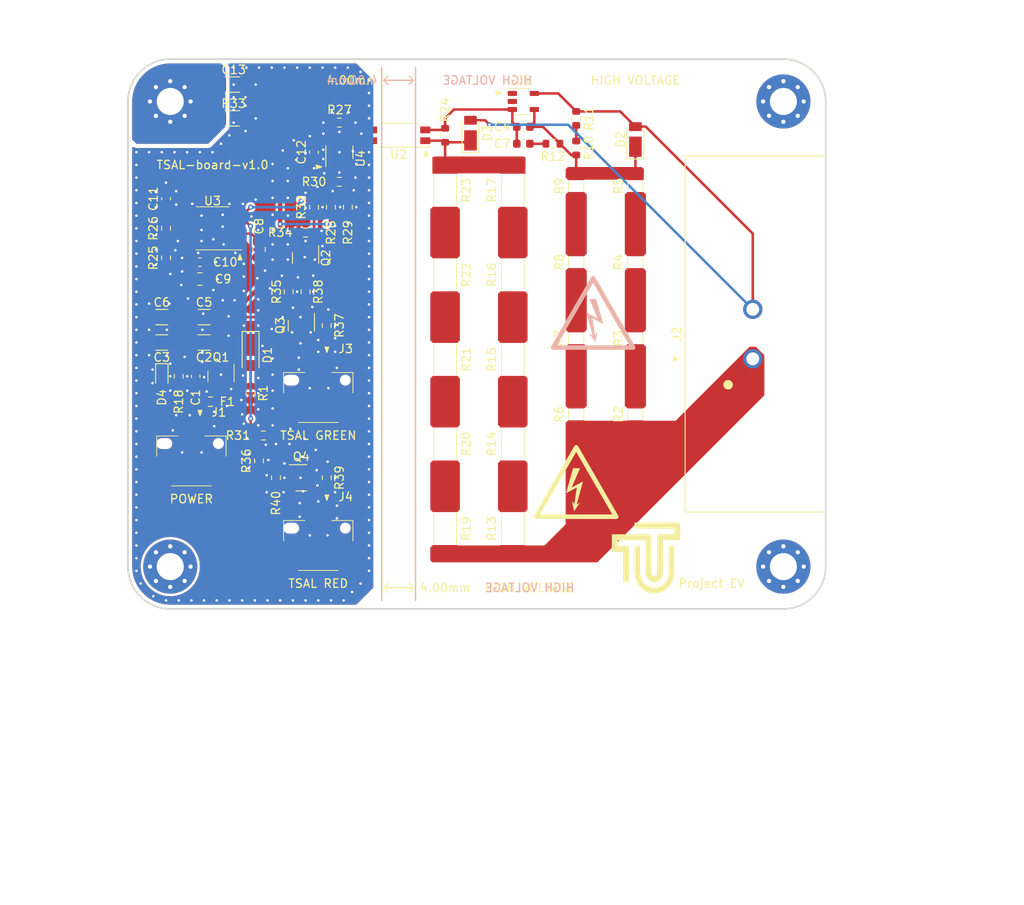
<source format=kicad_pcb>
(kicad_pcb (version 20221018) (generator pcbnew)
  (layers (0 "F.Cu" signal) (31 "B.Cu" signal) (34 "B.Paste" user) (35 "F.Paste" user) (36 "B.SilkS" user "B.Silkscreen") (37 "F.SilkS" user "F.Silkscreen") (38 "B.Mask" user) (39 "F.Mask" user) (44 "Edge.Cuts" user))
  (net 0 "")
  (net 1 "+12V")
  (net 2 "GND")
  (net 3 "Net-(C2-Pad2)")
  (net 4 "Net-(C5-Pad2)")
  (net 5 "Net-(U3-THRES)")
  (net 6 "Net-(U3-CONT)")
  (net 7 "Net-(C7-Pad2)")
  (net 8 "Net-(D1-A)")
  (net 9 "Net-(D2-K)")
  (net 10 "/TS-")
  (net 11 "Net-(D3-K)")
  (net 12 "Net-(D4-A)")
  (net 13 "/GLV_IN")
  (net 14 "Net-(Q1-D)")
  (net 18 "/TS+")
  (net 19 "Net-(J3-Pin_2)")
  (net 20 "Net-(J4-Pin_2)")
  (net 21 "Net-(Q2-G)")
  (net 22 "Net-(Q3-G)")
  (net 23 "Net-(Q4-G)")
  (net 24 "Net-(R2-Pad2)")
  (net 25 "Net-(R3-Pad2)")
  (net 26 "Net-(R4-Pad2)")
  (net 27 "Net-(R6-Pad2)")
  (net 28 "Net-(R7-Pad2)")
  (net 29 "Net-(R8-Pad2)")
  (net 30 "Net-(R10-Pad2)")
  (net 31 "Earth")
  (net 32 "Net-(R13-Pad2)")
  (net 33 "Net-(R14-Pad2)")
  (net 34 "Net-(R15-Pad2)")
  (net 35 "Net-(R16-Pad2)")
  (net 36 "Net-(R21-Pad2)")
  (net 37 "Net-(R19-Pad2)")
  (net 38 "Net-(R20-Pad2)")
  (net 39 "Net-(U1-K)")
  (net 40 "/~{TS_ACTIVE}")
  (net 41 "Net-(U3-DISCH)")
  (net 42 "/RED_SIG")
  (net 45 "/TSAL_GREEN_A")
  (net 46 "/TSAL_RED_A")
  (net 47 "Net-(R22-Pad2)")
  (net 48 "Net-(Q2-D)")
  (net 49 "Net-(U4-+)")
  (net 50 "/TS_ACTIVE")
  (footprint "ProjectEV:R_VishayDale_RCC1206-e3" (layer "F.Cu") (at 53 42 90)
    (fp_text reference "R6")
    (fp_text value "220k")
  )
  (footprint "ProjectEV:Identifier_1pin" (layer "F.Cu") (at 8.5 42.25)
    (fp_text reference "REF**" hide)
    (fp_text value "Identifier_1pin")
  )
  (footprint "Resistor_SMD:R_0603_1608Metric" (layer "F.Cu") (at 21 27.5 -90)
    (fp_text reference "R38")
    (fp_text value "100")
  )
  (footprint "Resistor_SMD:R_0603_1608Metric" (layer "F.Cu") (at 23.5 49.5 -90)
    (fp_text reference "R39")
    (fp_text value "0")
  )
  (footprint "ProjectEV:D_SOD-123HE_PZ1AHxxxB-AU" (layer "F.Cu") (at 14.5 35 -90)
    (fp_text reference "D1")
    (fp_text value "PZ1AH11B-AU")
  )
  (footprint "ProjectEV:Package_SOT-23-5_NCV20071SN2T1G" (layer "F.Cu") (at 25 11 90)
    (fp_text reference "U4")
    (fp_text value "NCV20071SN2T1G")
  )
  (footprint "ProjectEV:Logo_TUT_10x10mm" (layer "F.Cu") (at 61 59)
    (fp_text reference "G***" hide)
    (fp_text value "Logo_TUT_10x10mm" hide)
  )
  (footprint "MountingHole:MountingHole_3.2mm_M3_Pad_Via" (layer "F.Cu") (at 77.5 60)
    (fp_text reference "H4" hide)
    (fp_text value "M3")
  )
  (footprint "ProjectEV:Identifier_1pin" (layer "F.Cu") (at 35.25 10.75 180)
    (fp_text reference "REF**" hide)
    (fp_text value "Identifier_1pin")
  )
  (footprint "Resistor_SMD:R_0603_1608Metric" (layer "F.Cu") (at 16 44.5 180)
    (fp_text reference "R31")
    (fp_text value "100k")
  )
  (footprint "ProjectEV:Connector_MX150L_19427-0040" (layer "F.Cu") (at 73.88 32.5 90)
    (fp_text reference "J2")
    (fp_text value "19427-0040")
  )
  (footprint "ProjectEV:R_VishayDale_RCC1206-e3" (layer "F.Cu") (at 53 15 90)
    (fp_text reference "R9")
    (fp_text value "220k")
  )
  (footprint "Resistor_SMD:R_0603_1608Metric" (layer "F.Cu") (at 4.5 23.5 90)
    (fp_text reference "R25")
    (fp_text value "10k")
  )
  (footprint "Capacitor_SMD:C_0603_1608Metric" (layer "F.Cu") (at 8 37.5 -90)
    (fp_text reference "C1")
    (fp_text value "0.1u")
  )
  (footprint "Resistor_SMD:R_0603_1608Metric" (layer "F.Cu") (at 21 20.5 180)
    (fp_text reference "R34")
    (fp_text value "1M")
  )
  (footprint "Resistor_SMD:R_0603_1608Metric" (layer "F.Cu") (at 22 17.5 -90)
    (fp_text reference "R32")
    (fp_text value "100")
  )
  (footprint "ProjectEV:Identifier_1pin" (layer "F.Cu") (at 44.25 4 90)
    (fp_text reference "REF**" hide)
    (fp_text value "Identifier_1pin")
  )
  (footprint "ProjectEV:R_TEConnectivity_3502" (layer "F.Cu") (at 37.5 45.5 90)
    (fp_text reference "R20")
    (fp_text value "15k")
  )
  (footprint "Capacitor_SMD:C_0805_2012Metric" (layer "F.Cu") (at 15.5 22.5 -90)
    (fp_text reference "C8")
    (fp_text value "1u")
  )
  (footprint "Resistor_SMD:R_0603_1608Metric" (layer "F.Cu") (at 53 10.5 90)
    (fp_text reference "R10")
    (fp_text value "15.4k")
  )
  (footprint "ProjectEV:Fuse_0ABB" (layer "F.Cu") (at 9.75 40.5)
    (fp_text reference "F1")
    (fp_text value "0ABB-1000-TM")
  )
  (footprint "ProjectEV:Package_SOT-23_DMP3098LQ-7" (layer "F.Cu") (at 11 37.5 180)
    (fp_text reference "Q1")
    (fp_text value "DMP3098LQ-7")
  )
  (footprint "ProjectEV:D_PowerDI-123_DFLZxxQ" (layer "F.Cu") (at 60 9.5 90)
    (fp_text reference "D2")
    (fp_text value "DFLZ24Q-7")
  )
  (footprint "ProjectEV:Identifier_1pin" (layer "F.Cu") (at 23 12.75 90)
    (fp_text reference "REF**" hide)
    (fp_text value "Identifier_1pin")
  )
  (footprint "ProjectEV:R_TEConnectivity_3502" (layer "F.Cu") (at 45.5 35.5 90)
    (fp_text reference "R15")
    (fp_text value "15k")
  )
  (footprint "Capacitor_SMD:C_0603_1608Metric" (layer "F.Cu") (at 46.75 8)
    (fp_text reference "C4")
    (fp_text value "100p")
  )
  (footprint "Capacitor_SMD:C_1206_3216Metric" (layer "F.Cu") (at 4 30.5 180)
    (fp_text reference "C6")
    (fp_text value "10u")
  )
  (footprint "ProjectEV:R_TEConnectivity_3502" (layer "F.Cu") (at 37.5 15.5 90)
    (fp_text reference "R23")
    (fp_text value "15k")
  )
  (footprint "Resistor_SMD:R_0603_1608Metric" (layer "F.Cu") (at 53 7 90)
    (fp_text reference "R11")
    (fp_text value "4.3k")
  )
  (footprint "MountingHole:MountingHole_3.2mm_M3_Pad_Via" (layer "F.Cu") (at 5 5)
    (fp_text reference "H1" hide)
    (fp_text value "M3")
  )
  (footprint "ProjectEV:R_TEConnectivity_3502" (layer "F.Cu") (at 45.5 45.5 90)
    (fp_text reference "R14")
    (fp_text value "15k")
  )
  (footprint "Resistor_SMD:R_0603_1608Metric" (layer "F.Cu") (at 14.5 39.5 -90)
    (fp_text reference "R1")
    (fp_text value "100k")
  )
  (footprint "ProjectEV:Connector_BM02B-PASS-1-TF" (layer "F.Cu") (at 22.5 57.5)
    (fp_text reference "J4")
    (fp_text value "BM02B-PASS-1-TF")
  )
  (footprint "ProjectEV:Package_SOT-23_2N7002K-AU" (layer "F.Cu") (at 20.5 31.5 -90)
    (fp_text reference "Q3")
    (fp_text value "2N7002K-AU")
  )
  (footprint "ProjectEV:Package_SOIC-8_3.9x4.9mm_P1.27mm_TLC555QDRQ1" (layer "F.Cu") (at 10 20 180)
    (fp_text reference "U3")
    (fp_text value "TLC555QDRQ1")
  )
  (footprint "Capacitor_SMD:C_1206_3216Metric" (layer "F.Cu") (at 12.5 3)
    (fp_text reference "C13")
    (fp_text value "1000p")
  )
  (footprint "Capacitor_SMD:C_0603_1608Metric" (layer "F.Cu") (at 22 11 90)
    (fp_text reference "C12")
    (fp_text value "0.1u")
  )
  (footprint "ProjectEV:R_VishayDale_RCC1206-e3" (layer "F.Cu") (at 60 42 90)
    (fp_text reference "R2")
    (fp_text value "220k")
  )
  (footprint "ProjectEV:Package_SOT-23_2N7002K-AU" (layer "F.Cu") (at 21 23.5 -90)
    (fp_text reference "Q2")
    (fp_text value "2N7002K-AU")
  )
  (footprint "ProjectEV:R_TEConnectivity_3502" (layer "F.Cu") (at 37.5 35.5 90)
    (fp_text reference "R21")
    (fp_text value "15k")
  )
  (footprint "Resistor_SMD:R_0603_1608Metric" (layer "F.Cu") (at 15.5 47.5 -90)
    (fp_text reference "R36")
    (fp_text value "100")
  )
  (footprint "Resistor_SMD:R_0603_1608Metric" (layer "F.Cu") (at 23.5 31.5 -90)
    (fp_text reference "R37")
    (fp_text value "0")
  )
  (footprint "ProjectEV:R_TEConnectivity_3502" (layer "F.Cu") (at 45.5 25.5 90)
    (fp_text reference "R16")
    (fp_text value "15k")
  )
  (footprint "ProjectEV:Connector_BM02B-PASS-1-TF" (layer "F.Cu") (at 22.5 40)
    (fp_text reference "J3")
    (fp_text value "BM02B-PASS-1-TF")
  )
  (footprint "Resistor_SMD:R_0603_1608Metric" (layer "F.Cu") (at 25 14.5 180)
    (fp_text reference "R30")
    (fp_text value "51k")
  )
  (footprint "Resistor_SMD:R_0603_1608Metric" (layer "F.Cu") (at 17.5 49.5 -90)
    (fp_text reference "R40")
    (fp_text value "1M")
  )
  (footprint "Resistor_SMD:R_0603_1608Metric" (layer "F.Cu") (at 19 27.5 90)
    (fp_text reference "R35")
    (fp_text value "100k")
  )
  (footprint "ProjectEV:ISO_7010_W012_10x8.7mm" (layer "F.Cu") (at 53 50)
    (fp_text reference "G***" hide)
    (fp_text value "ISO_7010_W012" hide)
  )
  (footprint "Resistor_SMD:R_0603_1608Metric" (layer "F.Cu") (at 37.5 9 90)
    (fp_text reference "R24")
    (fp_text value "10k")
  )
  (footprint "ProjectEV:R_VishayDale_RCC1206-e3" (layer "F.Cu") (at 60 24 90)
    (fp_text reference "R4")
    (fp_text value "220k")
  )
  (footprint "Resistor_SMD:R_0603_1608Metric" (layer "F.Cu") (at 24 17.5 90)
    (fp_text reference "R28")
    (fp_text value "100k")
  )
  (footprint "ProjectEV:Package_SOT-23_2N7002K-AU" (layer "F.Cu") (at 20.5 49.5)
    (fp_text reference "Q4")
    (fp_text value "2N7002K-AU")
  )
  (footprint "ProjectEV:Identifier_1pin" (layer "F.Cu") (at 13.25 23 180)
    (fp_text reference "REF**" hide)
    (fp_text value "Identifier_1pin")
  )
  (footprint "ProjectEV:R_VishayDale_RCC1206-e3" (layer "F.Cu") (at 60 15 90)
    (fp_text reference "R5")
    (fp_text value "220k")
  )
  (footprint "ProjectEV:R_TEConnectivity_3502" (layer "F.Cu") (at 45.5 15.5 90)
    (fp_text reference "R17")
    (fp_text value "15k")
  )
  (footprint "ProjectEV:R_TEConnectivity_3502" (layer "F.Cu") (at 45.5 55.5 90)
    (fp_text reference "R13")
    (fp_text value "15k")
  )
  (footprint "ProjectEV:Package_SOT-23-5_TL431QDBVR" (layer "F.Cu") (at 46.75 5)
    (fp_text reference "U1")
    (fp_text value "TL431QDBVR")
  )
  (footprint "Capacitor_SMD:C_1206_3216Metric" (layer "F.Cu") (at 4 33.5 180)
    (fp_text reference "C3")
    (fp_text value "10u")
  )
  (footprint "LED_SMD:LED_0603_1608Metric" (layer "F.Cu") (at 4 37.5 -90)
    (fp_text reference "D4")
    (fp_text value "LED")
  )
  (footprint "Resistor_SMD:R_0603_1608Metric" (layer "F.Cu") (at 26 17.5 -90)
    (fp_text reference "R29")
    (fp_text value "100k")
  )
  (footprint "MountingHole:MountingHole_3.2mm_M3_Pad_Via" (layer "F.Cu") (at 77.5 5)
    (fp_text reference "H2" hide)
    (fp_text value "M3")
  )
  (footprint "ProjectEV:Isolator_TLP291(GB,SE" (layer "F.Cu") (at 32 9 180)
    (fp_text reference "U2")
    (fp_text value "TLP291(GB,SE")
  )
  (footprint "ProjectEV:R_TEConnectivity_3502" (layer "F.Cu") (at 37.5 25.5 90)
    (fp_text reference "R22")
    (fp_text value "15k")
  )
  (footprint "ProjectEV:D_PowerDI-123_DFLZxxQ" (layer "F.Cu") (at 40.5 8.75 90)
    (fp_text reference "D3")
    (fp_text value "DFLZ24Q-7")
  )
  (footprint "Resistor_SMD:R_0603_1608Metric" (layer "F.Cu") (at 6 37.5 -90)
    (fp_text reference "R18")
    (fp_text value "10k")
  )
  (footprint "Capacitor_SMD:C_1206_3216Metric" (layer "F.Cu") (at 9 30.5 180)
    (fp_text reference "C5")
    (fp_text value "10u")
  )
  (footprint "Resistor_SMD:R_0603_1608Metric" (layer "F.Cu") (at 4.5 20 90)
    (fp_text reference "R26")
    (fp_text value "180k")
  )
  (footprint "ProjectEV:R_TEConnectivity_3502" (layer "F.Cu") (at 37.5 55.5 90)
    (fp_text reference "R19")
    (fp_text value "15k")
  )
  (footprint "ProjectEV:R_VishayDale_RCC1206-e3" (layer "F.Cu") (at 53 24 90)
    (fp_text reference "R8")
    (fp_text value "220k")
  )
  (footprint "ProjectEV:Identifier_1pin" (layer "F.Cu") (at 23.5 52.25)
    (fp_text reference "REF**" hide)
    (fp_text value "Identifier_1pin")
  )
  (footprint "Resistor_SMD:R_0603_1608Metric" (layer "F.Cu") (at 25 7.5)
    (fp_text reference "R27")
    (fp_text value "10k")
  )
  (footprint "Capacitor_SMD:C_0603_1608Metric" (layer "F.Cu") (at 8.5 24 180)
    (fp_text reference "C10")
    (fp_text value "0.1u")
  )
  (footprint "ProjectEV:R_VishayDale_RCC1206-e3" (layer "F.Cu") (at 53 33 90)
    (fp_text reference "R7")
    (fp_text value "220k")
  )
  (footprint "ProjectEV:R_VishayDale_RCC1206-e3" (layer "F.Cu") (at 60 33 90)
    (fp_text reference "R3")
    (fp_text value "220k")
  )
  (footprint "Resistor_SMD:R_1206_3216Metric" (layer "F.Cu") (at 12.5 7)
    (fp_text reference "R33")
    (fp_text value "1M")
  )
  (footprint "ProjectEV:Connector_BM02B-PASS-1-TF" (layer "F.Cu") (at 7.5 47.5)
    (fp_text reference "J1")
    (fp_text value "BM02B-PASS-1-TF")
  )
  (footprint "MountingHole:MountingHole_3.2mm_M3_Pad_Via" (layer "F.Cu") (at 5 60)
    (fp_text reference "H3" hide)
    (fp_text value "M3")
  )
  (footprint "Capacitor_SMD:C_1206_3216Metric" (layer "F.Cu") (at 9 33.5 180)
    (fp_text reference "C2")
    (fp_text value "10u")
  )
  (footprint "ProjectEV:Identifier_1pin" (layer "F.Cu") (at 65.25 35.5 90)
    (fp_text reference "REF**" hide)
    (fp_text value "Identifier_1pin")
  )
  (footprint "Capacitor_SMD:C_0603_1608Metric" (layer "F.Cu") (at 4.5 16.5 -90)
    (fp_text reference "C11")
    (fp_text value "10n")
  )
  (footprint "Resistor_SMD:R_0603_1608Metric" (layer "F.Cu") (at 50.25 10 180)
    (fp_text reference "R12")
    (fp_text value "10k")
  )
  (footprint "Capacitor_SMD:C_0805_2012Metric" (layer "F.Cu") (at 8.5 26 180)
    (fp_text reference "C9")
    (fp_text value "1u")
  )
  (footprint "ProjectEV:Identifier_1pin" (layer "F.Cu") (at 23.5 34.75)
    (fp_text reference "REF**" hide)
    (fp_text value "Identifier_1pin")
  )
  (footprint "Capacitor_SMD:C_0603_1608Metric" (layer "F.Cu") (at 46.75 10)
    (fp_text reference "C7")
    (fp_text value "10n")
  )
  (footprint "ProjectEV:ISO_7010_W012_10x8.7mm" (layer "B.Cu") (at 55 30 180)
    (fp_text reference "G***" hide)
    (fp_text value "ISO_7010_W012" hide)
  )
  (gr_line (start 30.25 2.5) (end 30.75 2) (stroke (width 0.15)) (layer "B.SilkS"))
  (gr_line (start 33.25 3) (end 33.75 2.5) (stroke (width 0.15)) (layer "B.SilkS"))
  (gr_line (start 33.75 2.5) (end 33.25 2) (stroke (width 0.15)) (layer "B.SilkS"))
  (gr_line (start 30.25 2.5) (end 30.75 3) (stroke (width 0.15)) (layer "B.SilkS"))
  (gr_line (start 30.25 2.5) (end 33.75 2.5) (stroke (width 0.15)) (layer "B.SilkS"))
  (gr_line (start 34 1) (end 34 64) (stroke (width 0.15)) (layer "B.SilkS"))
  (gr_line (start 30 64) (end 30 1) (stroke (width 0.15)) (layer "B.SilkS"))
  (gr_line (start 34 7) (end 34 1) (stroke (width 0.15)) (layer "F.SilkS"))
  (gr_line (start 33.75 62.5) (end 33.25 62) (stroke (width 0.15)) (layer "F.SilkS"))
  (gr_line (start 33.75 2.5) (end 33.25 3) (stroke (width 0.15)) (layer "F.SilkS"))
  (gr_line (start 30.25 62.5) (end 33.75 62.5) (stroke (width 0.15)) (layer "F.SilkS"))
  (gr_line (start 30 11) (end 30 64) (stroke (width 0.15)) (layer "F.SilkS"))
  (gr_line (start 30.25 2.5) (end 30.75 3) (stroke (width 0.15)) (layer "F.SilkS"))
  (gr_line (start 30 7) (end 30 1) (stroke (width 0.15)) (layer "F.SilkS"))
  (gr_line (start 30.25 2.5) (end 30.75 2) (stroke (width 0.15)) (layer "F.SilkS"))
  (gr_line (start 30.25 62.5) (end 30.75 62) (stroke (width 0.15)) (layer "F.SilkS"))
  (gr_line (start 33.75 2.5) (end 33.25 2) (stroke (width 0.15)) (layer "F.SilkS"))
  (gr_line (start 30.25 62.5) (end 30.75 63) (stroke (width 0.15)) (layer "F.SilkS"))
  (gr_line (start 30.25 2.5) (end 33.75 2.5) (stroke (width 0.15)) (layer "F.SilkS"))
  (gr_line (start 34 64) (end 34 11) (stroke (width 0.15)) (layer "F.SilkS"))
  (gr_line (start 33.75 62.5) (end 33.25 63) (stroke (width 0.15)) (layer "F.SilkS"))
  (gr_arc (start 5 65) (mid 1.464466 63.535534) (end 0 60) (stroke (width 0.2)) (layer "Edge.Cuts"))
  (gr_line (start 77.5 65) (end 5 65) (stroke (width 0.2)) (layer "Edge.Cuts"))
  (gr_line (start 0 60) (end 0 5) (stroke (width 0.2)) (layer "Edge.Cuts"))
  (gr_arc (start 82.5 60) (mid 81.035534 63.535534) (end 77.5 65) (stroke (width 0.2)) (layer "Edge.Cuts"))
  (gr_line (start 5 0) (end 77.5 0) (stroke (width 0.2)) (layer "Edge.Cuts"))
  (gr_arc (start 77.5 0) (mid 81.035534 1.464466) (end 82.5 5) (stroke (width 0.2)) (layer "Edge.Cuts"))
  (gr_arc (start 0 5) (mid 1.464466 1.464466) (end 5 0) (stroke (width 0.2)) (layer "Edge.Cuts"))
  (gr_line (start 82.5 5) (end 82.5 60) (stroke (width 0.2)) (layer "Edge.Cuts"))
  (gr_text "HIGH VOLTAGE" (at 47.5 62.5) (layer "B.SilkS") (effects (font (size 1 1)) (justify mirror)))
  (gr_text "4.00mm" (at 26.5 2.5) (layer "B.SilkS") (effects (font (size 1 1)) (justify mirror)))
  (gr_text "HIGH VOLTAGE" (at 42.5 2.5) (layer "B.SilkS") (effects (font (size 1 1)) (justify mirror)))
  (gr_text "POWER" (at 7.5 52) (layer "F.SilkS") (effects (font (size 1 1))))
  (gr_text "Project EV" (at 69 62) (layer "F.SilkS") (effects (font (size 1 1))))
  (gr_text "HIGH VOLTAGE" (at 47.5 62.5) (layer "F.SilkS") (effects (font (size 1 1))))
  (gr_text "TSAL GREEN" (at 22.5 44.5) (layer "F.SilkS") (effects (font (size 1 1))))
  (gr_text "HIGH VOLTAGE" (at 60 2.5) (layer "F.SilkS") (effects (font (size 1 1))))
  (gr_text "TSAL RED" (at 22.5 62) (layer "F.SilkS") (effects (font (size 1 1))))
  (gr_text "4.00mm" (at 26.5 2.5) (layer "F.SilkS") (effects (font (size 1 1))))
  (gr_text "4.00mm" (at 37.5 62.5) (layer "F.SilkS") (effects (font (size 1 1))))
  (gr_text "TSAL-board-v1.0" (at 10 12.5) (layer "F.SilkS") (effects (font (size 1 1))))
  (segment (start 24.05 9.8) (end 22.425 9.8) (width 0.5) (layer "F.Cu") (net 1))
  (segment (start 18 12.5) (end 20.275 10.225) (width 0.5) (layer "F.Cu") (net 1))
  (segment (start 14.5 33.775) (end 16.25 35.525) (width 0.3) (layer "F.Cu") (net 1))
  (segment (start 22.675 31.5) (end 23.5 30.675) (width 0.3) (layer "F.Cu") (net 1))
  (segment (start 16.825 30.5) (end 17.825 31.5) (width 0.3) (layer "F.Cu") (net 1))
  (segment (start 6 36.675) (end 7.95 36.675) (width 0.3) (layer "F.Cu") (net 1))
  (segment (start 7.725 25.825) (end 7.55 26) (width 0.5) (layer "F.Cu") (net 1))
  (segment (start 7.3 21.905) (end 7.3 23.575) (width 0.5) (layer "F.Cu") (net 1))
  (segment (start 7.725 24) (end 7.725 25.825) (width 0.5) (layer "F.Cu") (net 1))
  (segment (start 20.275 10.225) (end 22 10.225) (width 0.5) (layer "F.Cu") (net 1))
  (segment (start 7.3 23.575) (end 7.725 24) (width 0.5) (layer "F.Cu") (net 1))
  (segment (start 7.4 24.325) (end 7.725 24) (width 0.3) (layer "F.Cu") (net 1))
  (segment (start 9.825 36.725) (end 10.05 36.5) (width 0.3) (layer "F.Cu") (net 1))
  (segment (start 13 29.5) (end 18 24.5) (width 0.5) (layer "F.Cu") (net 1))
  (segment (start 16.25 43.925) (end 16.825 44.5) (width 0.3) (layer "F.Cu") (net 1))
  (segment (start 16.825 44.5) (end 19.325 44.5) (width 0.3) (layer "F.Cu") (net 1))
  (segment (start 10.475 29.775) (end 10.75 29.5) (width 0.5) (layer "F.Cu") (net 1))
  (segment (start 24 19) (end 23.5 19.5) (width 0.3) (layer "F.Cu") (net 1))
  (segment (start 10.475 33.5) (end 14.225 33.5) (width 0.3) (layer "F.Cu") (net 1))
  (segment (start 4.5 24.325) (end 7.4 24.325) (width 0.3) (layer "F.Cu") (net 1))
  (segment (start 10.75 29.5) (end 13 29.5) (width 0.5) (layer "F.Cu") (net 1))
  (segment (start 16.25 35.525) (end 16.25 43.925) (width 0.3) (layer "F.Cu") (net 1))
  (segment (start 17.825 31.5) (end 22.675 31.5) (width 0.3) (layer "F.Cu") (net 1))
  (segment (start 7.95 36.675) (end 8 36.725) (width 0.3) (layer "F.Cu") (net 1))
  (segment (start 24.05 9.8) (end 24.05 7.625) (width 0.3) (layer "F.Cu") (net 1))
  (segment (start 22.425 9.8) (end 22 10.225) (width 0.5) (layer "F.Cu") (net 1))
  (segment (start 14.225 33.5) (end 14.5 33.775) (width 0.3) (layer "F.Cu") (net 1))
  (segment (start 10.475 30.5) (end 10.475 29.775) (width 0.5) (layer "F.Cu") (net 1))
  (segment (start 18 19.5) (end 18 12.5) (width 0.5) (layer "F.Cu") (net 1))
  (segment (start 24.05 7.625) (end 24.175 7.5) (width 0.3) (layer "F.Cu") (net 1))
  (segment (start 19.325 44.5) (end 23.5 48.675) (width 0.3) (layer "F.Cu") (net 1))
  (segment (start 13 29.5) (end 14 30.5) (width 0.3) (layer "F.Cu") (net 1))
  (segment (start 8 36.725) (end 9.825 36.725) (width 0.3) (layer "F.Cu") (net 1))
  (segment (start 16.825 30.5) (end 19 28.325) (width 0.3) (layer "F.Cu") (net 1))
  (segment (start 24 18.325) (end 24 19) (width 0.3) (layer "F.Cu") (net 1))
  (segment (start 18 24.5) (end 18 19.5) (width 0.5) (layer "F.Cu") (net 1))
  (segment (start 14 30.5) (end 16.825 30.5) (width 0.3) (layer "F.Cu") (net 1))
  (via (at 18 19.5) (size 0.6) (drill 0.3) (layers "F.Cu" "B.Cu") (net 1))
  (via (at 23.5 19.5) (size 0.6) (drill 0.3) (layers "F.Cu" "B.Cu") (net 1))
  (segment (start 23.5 19.5) (end 18 19.5) (width 0.3) (layer "B.Cu") (net 1))
  (via (at 2.9 36.7) (size 0.6) (drill 0.3) (layers "F.Cu" "B.Cu") (net 2))
  (via (at 18.9 12.9) (size 0.6) (drill 0.3) (layers "F.Cu" "B.Cu") (net 2))
  (via (at 24.5 33) (size 0.6) (drill 0.3) (layers "F.Cu" "B.Cu") (net 2))
  (via (at 1 20) (size 0.6) (drill 0.3) (layers "F.Cu" "B.Cu") (net 2))
  (via (at 28.5 53) (size 0.6) (drill 0.3) (layers "F.Cu" "B.Cu") (net 2))
  (via (at 5.7 42.1) (size 0.6) (drill 0.3) (layers "F.Cu" "B.Cu") (net 2))
  (via (at 12.5 4.5) (size 0.6) (drill 0.3) (layers "F.Cu" "B.Cu") (net 2))
  (via (at 10.4 24) (size 0.6) (drill 0.3) (layers "F.Cu" "B.Cu") (net 2))
  (via (at 13.7 24.2) (size 0.6) (drill 0.3) (layers "F.Cu" "B.Cu") (net 2))
  (via (at 1 33.5) (size 0.6) (drill 0.3) (layers "F.Cu" "B.Cu") (net 2))
  (via (at 4.6 35.1) (size 0.6) (drill 0.3) (layers "F.Cu" "B.Cu") (net 2))
  (via (at 7 39.2) (size 0.6) (drill 0.3) (layers "F.Cu" "B.Cu") (net 2))
  (via (at 28.5 32) (size 0.6) (drill 0.3) (layers "F.Cu" "B.Cu") (net 2))
  (via (at 18.9 16.4) (size 0.6) (drill 0.3) (layers "F.Cu" "B.Cu") (net 2))
  (via (at 13.7 25.7) (size 0.6) (drill 0.3) (layers "F.Cu" "B.Cu") (net 2))
  (via (at 12.5 7.5) (size 0.6) (drill 0.3) (layers "F.Cu" "B.Cu") (net 2))
  (via (at 1 57.5) (size 0.6) (drill 0.3) (layers "F.Cu" "B.Cu") (net 2))
  (via (at 20 1) (size 0.6) (drill 0.3) (layers "F.Cu" "B.Cu") (net 2))
  (via (at 2.9 38.3) (size 0.6) (drill 0.3) (layers "F.Cu" "B.Cu") (net 2))
  (via (at 22.1 23.7) (size 0.6) (drill 0.3) (layers "F.Cu" "B.Cu") (net 2))
  (via (at 15.4 39.5) (size 0.6) (drill 0.3) (layers "F.Cu" "B.Cu") (net 2))
  (via (at 17.1 21.9) (size 0.6) (drill 0.3) (layers "F.Cu" "B.Cu") (net 2))
  (via (at 3.3 17.5) (size 0.6) (drill 0.3) (layers "F.Cu" "B.Cu") (net 2))
  (via (at 1 42.5) (size 0.6) (drill 0.3) (layers "F.Cu" "B.Cu") (net 2))
  (via (at 28.5 17) (size 0.6) (drill 0.3) (layers "F.Cu" "B.Cu") (net 2))
  (via (at 3.3 19.2) (size 0.6) (drill 0.3) (layers "F.Cu" "B.Cu") (net 2))
  (via (at 25.5 64) (size 0.6) (drill 0.3) (layers "F.Cu" "B.Cu") (net 2))
  (via (at 12 9) (size 0.6) (drill 0.3) (layers "F.Cu" "B.Cu") (net 2))
  (via (at 1 14) (size 0.6) (drill 0.3) (layers "F.Cu" "B.Cu") (net 2))
  (via (at 17.1 14.4) (size 0.6) (drill 0.3) (layers "F.Cu" "B.Cu") (net 2))
  (via (at 21 17.6) (size 0.6) (drill 0.3) (layers "F.Cu" "B.Cu") (net 2))
  (via (at 20.3 18.7) (size 0.6) (drill 0.3) (layers "F.Cu" "B.Cu") (net 2))
  (via (at 12.5 3) (size 0.6) (drill 0.3) (layers "F.Cu" "B.Cu") (net 2))
  (via (at 28.5 12.5) (size 0.6) (drill 0.3) (layers "F.Cu" "B.Cu") (net 2))
  (via (at 15.4 29.7) (size 0.6) (drill 0.3) (layers "F.Cu" "B.Cu") (net 2))
  (via (at 22.5 64) (size 0.6) (drill 0.3) (layers "F.Cu" "B.Cu") (net 2))
  (via (at 18.4 51.2) (size 0.6) (drill 0.3) (layers "F.Cu" "B.Cu") (net 2))
  (via (at 9.3 39.3) (size 0.6) (drill 0.3) (layers "F.Cu" "B.Cu") (net 2))
  (via (at 21.5 1) (size 0.6) (drill 0.3) (layers "F.Cu" "B.Cu") (net 2))
  (via (at 19.2 43.7) (size 0.6) (drill 0.3) (layers "F.Cu" "B.Cu") (net 2))
  (via (at 6.3 26.7) (size 0.6) (drill 0.3) (layers "F.Cu" "B.Cu") (net 2))
  (via (at 20.2 36.7) (size 0.6) (drill 0.3) (layers "F.Cu" "B.Cu") (net 2))
  (via (at 8.3 22.9) (size 0.6) (drill 0.3) (layers "F.Cu" "B.Cu") (net 2))
  (via (at 12 17.1) (size 0.6) (drill 0.3) (layers "F.Cu" "B.Cu") (net 2))
  (via (at 1 18.5) (size 0.6) (drill 0.3) (layers "F.Cu" "B.Cu") (net 2))
  (via (at 20.4 30.5) (size 0.6) (drill 0.3) (layers "F.Cu" "B.Cu") (net 2))
  (via (at 15.4 43.3) (size 0.6) (drill 0.3) (layers "F.Cu" "B.Cu") (net 2))
  (via (at 7.1 28.3) (size 0.6) (drill 0.3) (layers "F.Cu" "B.Cu") (net 2))
  (via (at 15.3 25.9) (size 0.6) (drill 0.3) (layers "F.Cu" "B.Cu") (net 2))
  (via (at 2.5 32) (size 0.6) (drill 0.3) (layers "F.Cu" "B.Cu") (net 2))
  (via (at 14.3 48.4) (size 0.6) (drill 0.3) (layers "F.Cu" "B.Cu") (net 2))
  (via (at 10 11) (size 0.6) (drill 0.3) (layers "F.Cu" "B.Cu") (net 2))
  (via (at 15.1 7) (size 0.6) (drill 0.3) (layers "F.Cu" "B.Cu") (net 2))
  (via (at 28.5 24.5) (size 0.6) (drill 0.3) (layers "F.Cu" "B.Cu") (net 2))
  (via (at 28.5 36.5) (size 0.6) (drill 0.3) (layers "F.Cu" "B.Cu") (net 2))
  (via (at 24.7 36.5) (size 0.6) (drill 0.3) (layers "F.Cu" "B.Cu") (net 2))
  (via (at 10.6 26) (size 0.6) (drill 0.3) (layers "F.Cu" "B.Cu") (net 2))
  (via (at 22.2 46.2) (size 0.6) (drill 0.3) (layers "F.Cu" "B.Cu") (net 2))
  (via (at 8.8 35.8) (size 0.6) (drill 0.3) (layers "F.Cu" "B.Cu") (net 2))
  (via (at 1 60.5) (size 0.6) (drill 0.3) (layers "F.Cu" "B.Cu") (net 2))
  (via (at 21.6 32.3) (size 0.6) (drill 0.3) (layers "F.Cu" "B.Cu") (net 2))
  (via (at 1 26) (size 0.6) (drill 0.3) (layers "F.Cu" "B.Cu") (net 2))
  (via (at 28.5 20) (size 0.6) (drill 0.3) (layers "F.Cu" "B.Cu") (net 2))
  (via (at 19.1 45.5) (size 0.6) (drill 0.3) (layers "F.Cu" "B.Cu") (net 2))
  (via (at 27.5 1.5) (size 0.6) (drill 0.3) (layers "F.Cu" "B.Cu") (net 2))
  (via (at 11.7 41) (size 0.6) (drill 0.3) (layers "F.Cu" "B.Cu") (net 2))
  (via (at 17.1 35.4) (size 0.6) (drill 0.3) (layers "F.Cu" "B.Cu") (net 2))
  (via (at 18.3 30.5) (size 0.6) (drill 0.3) (layers "F.Cu" "B.Cu") (net 2))
  (via (at 2.5 11) (size 0.6) (drill 0.3) (layers "F.Cu" "B.Cu") (net 2))
  (via (at 20.3 54.1) (size 0.6) (drill 0.3) (layers "F.Cu" "B.Cu") (net 2))
  (via (at 18.3 10.8) (size 0.6) (drill 0.3) (layers "F.Cu" "B.Cu") (net 2))
  (via (at 16.8 27.1) (size 0.6) (drill 0.3) (layers "F.Cu" "B.Cu") (net 2))
  (via (at 2.5 28.9) (size 0.6) (drill 0.3) (layers "F.Cu" "B.Cu") (net 2))
  (via (at 5.3 43.9) (size 0.6) (drill 0.3) (layers "F.Cu" "B.Cu") (net 2))
  (via (at 1 32) (size 0.6) (drill 0.3) (layers "F.Cu" "B.Cu") (net 2))
  (via (at 24.5 19.7) (size 0.6) (drill 0.3) (layers "F.Cu" "B.Cu") (net 2))
  (via (at 13.7 31.5) (size 0.6) (drill 0.3) (layers "F.Cu" "B.Cu") (net 2))
  (via (at 17 31.9) (size 0.6) (drill 0.3) (layers "F.Cu" "B.Cu") (net 2))
  (via (at 15.1 16.6) (size 0.6) (drill 0.3) (layers "F.Cu" "B.Cu") (net 2))
  (via (at 1 23) (size 0.6) (drill 0.3) (layers "F.Cu" "B.Cu") (net 2))
  (via (at 20.7 51.1) (size 0.6) (drill 0.3) (layers "F.Cu" "B.Cu") (net 2))
  (via (at 1 12.5) (size 0.6) (drill 0.3) (layers "F.Cu" "B.Cu") (net 2))
  (via (at 20.9 23.4) (size 0.6) (drill 0.3) (layers "F.Cu" "B.Cu") (net 2))
  (via (at 19.6 9.6) (size 0.6) (drill 0.3) (layers "F.Cu" "B.Cu") (net 2))
  (via (at 18.9 23.7) (size 0.6) (drill 0.3) (layers "F.Cu" "B.Cu") (net 2))
  (via (at 23.2 13.5) (size 0.6) (drill 0.3) (layers "F.Cu" "B.Cu") (net 2))
  (via (at 28.5 57.5) (size 0.6) (drill 0.3) (layers "F.Cu" "B.Cu") (net 2))
  (via (at 15 64) (size 0.6) (drill 0.3) (layers "F.Cu" "B.Cu") (net 2))
  (via (at 4.5 64) (size 0.6) (drill 0.3) (layers "F.Cu" "B.Cu") (net 2))
  (via (at 11 37.3) (size 0.6) (drill 0.3) (layers "F.Cu" "B.Cu") (net 2))
  (via (at 8.7 21.5) (size 0.6) (drill 0.3) (layers "F.Cu" "B.Cu") (net 2))
  (via (at 23.1 10.7) (size 0.6) (drill 0.3) (layers "F.Cu" "B.Cu") (net 2))
  (via (at 25.1 17.5) (size 0.6) (drill 0.3) (layers "F.Cu" "B.Cu") (net 2))
  (via (at 1 36.5) (size 0.6) (drill 0.3) (layers "F.Cu" "B.Cu") (net 2))
  (via (at 28.5 30.5) (size 0.6) (drill 0.3) (layers "F.Cu" "B.Cu") (net 2))
  (via (at 17.1 20.2) (size 0.6) (drill 0.3) (layers "F.Cu" "B.Cu") (net 2))
  (via (at 23.1 11.8) (size 0.6) (drill 0.3) (layers "F.Cu" "B.Cu") (net 2))
  (via (at 28.5 47) (size 0.6) (drill 0.3) (layers "F.Cu" "B.Cu") (net 2))
  (via (at 28.5 7) (size 0.6) (drill 0.3) (layers "F.Cu" "B.Cu") (net 2))
  (via (at 1 27.5) (size 0.6) (drill 0.3) (layers "F.Cu" "B.Cu") (net 2))
  (via (at 26 19.4) (size 0.6) (drill 0.3) (layers "F.Cu" "B.Cu") (net 2))
  (via (at 21 64) (size 0.6) (drill 0.3) (layers "F.Cu" "B.Cu") (net 2))
  (via (at 10.1 21.3) (size 0.6) (drill 0.3) (layers "F.Cu" "B.Cu") (net 2))
  (via (at 3 63.5) (size 0.6) (drill 0.3) (layers "F.Cu" "B.Cu") (net 2))
  (via (at 5 36) (size 0.6) (drill 0.3) (layers "F.Cu" "B.Cu") (net 2))
  (via (at 8.7 46.5) (size 0.6) (drill 0.3) (layers "F.Cu" "B.Cu") (net 2))
  (via (at 28.5 41) (size 0.6) (drill 0.3) (layers "F.Cu" "B.Cu") (net 2))
  (via (at 17.5 45.5) (size 0.6) (drill 0.3) (layers "F.Cu" "B.Cu") (net 2))
  (via (at 21.5 56.3) (size 0.6) (drill 0.3) (layers "F.Cu" "B.Cu") (net 2))
  (via (at 17.1 23.7) (size 0.6) (drill 0.3) (layers "F.Cu" "B.Cu") (net 2))
  (via (at 15.1 3) (size 0.6) (drill 0.3) (layers "F.Cu" "B.Cu") (net 2))
  (via (at 11.2 18.4) (size 0.6) (drill 0.3) (layers "F.Cu" "B.Cu") (net 2))
  (via (at 23 1) (size 0.6) (drill 0.3) (layers "F.Cu" "B.Cu") (net 2))
  (via (at 1 51.5) (size 0.6) (drill 0.3) (layers "F.Cu" "B.Cu") (net 2))
  (via (at 28.5 56) (size 0.6) (drill 0.3) (layers "F.Cu" "B.Cu") (net 2))
  (via (at 3.3 15.7) (size 0.6) (drill 0.3) (layers "F.Cu" "B.Cu") (net 2))
  (via (at 18.9 20.3) (size 0.6) (drill 0.3) (layers "F.Cu" "B.Cu") (net 2))
  (via (at 17.1 18.4) (size 0.6) (drill 0.3) (layers "F.Cu" "B.Cu") (net 2))
  (via (at 23 22.1) (size 0.6) (drill 0.3) (layers "F.Cu" "B.Cu") (net 2))
  (via (at 6.4 23.5) (size 0.6) (drill 0.3) (layers "F.Cu" "B.Cu") (net 2))
  (via (at 9 64) (size 0.6) (drill 0.3) (layers "F.Cu" "B.Cu") (net 2))
  (via (at 14.6 18.6) (size 0.6) (drill 0.3) (layers "F.Cu" "B.Cu") (net 2))
  (via (at 28.5 45.5) (size 0.6) (drill 0.3) (layers "F.Cu" "B.Cu") (net 2))
  (via (at 12.6 28.5) (size 0.6) (drill 0.3) (layers "F.Cu" "B.Cu") (net 2))
  (via (at 10.1 27.3) (size 0.6) (drill 0.3) (layers "F.Cu" "B.Cu") (net 2))
  (via (at 20.4 49.5) (size 0.6) (drill 0.3) (layers "F.Cu" "B.Cu") (net 2))
  (via (at 1 47) (size 0.6) (drill 0.3) (layers "F.Cu" "B.Cu") (net 2))
  (via (at 1 38) (size 0.6) (drill 0.3) (layers "F.Cu" "B.Cu") (net 2))
  (via (at 13.9 4.5) (size 0.6) (drill 0.3) (layers "F.Cu" "B.Cu") (net 2))
  (via (at 23.1 7.5) (size 0.6) (drill 0.3) (layers "F.Cu" "B.Cu") (net 2))
  (via (at 26.6 10.9) (size 0.6) (drill 0.3) (layers "F.Cu" "B.Cu") (net 2))
  (via (at 25 11) (size 0.6) (drill 0.3) (layers "F.Cu" "B.Cu") (net 2))
  (via (at 1 15.5) (size 0.6) (drill 0.3) (layers "F.Cu" "B.Cu") (net 2))
  (via (at 1 39.5) (size 0.6) (drill 0.3) (layers "F.Cu" "B.Cu") (net 2))
  (via (at 21.9 27.5) (size 0.6) (drill 0.3) (layers "F.Cu" "B.Cu") (net 2))
  (via (at 24.1 6.3) (size 0.6) (drill 0.3) (layers "F.Cu" "B.Cu") (net 2))
  (via (at 28.5 4) (size 0.6) (drill 0.3) (layers "F.Cu" "B.Cu") (net 2))
  (via (at 11.3 21.9) (size 0.6) (drill 0.3) (layers "F.Cu" "B.Cu") (net 2))
  (via (at 15.4 28.4) (size 0.6) (drill 0.3) (layers "F.Cu" "B.Cu") (net 2))
  (via (at 16.2 25) (size 0.6) (drill 0.3) (layers "F.Cu" "B.Cu") (net 2))
  (via (at 7 11) (size 0.6) (drill 0.3) (layers "F.Cu" "B.Cu") (net 2))
  (via (at 6.4 25.1) (size 0.6) (drill 0.3) (layers "F.Cu" "B.Cu") (net 2))
  (via (at 13.9 8.5) (size 0.6) (drill 0.3) (layers "F.Cu" "B.Cu") (net 2))
  (via (at 5.6 22.6) (size 0.6) (drill 0.3) (layers "F.Cu" "B.Cu") (net 2))
  (via (at 24.5 31.5) (size 0.6) (drill 0.3) (layers "F.Cu" "B.Cu") (net 2))
  (via (at 24.2 15.6) (size 0.6) (drill 0.3) (layers "F.Cu" "B.Cu") (net 2))
  (via (at 20.9 44.9) (size 0.6) (drill 0.3) (layers "F.Cu" "B.Cu") (net 2))
  (via (at 5 37.5) (size 0.6) (drill 0.3) (layers "F.Cu" "B.Cu") (net 2))
  (via (at 4 11) (size 0.6) (drill 0.3) (layers "F.Cu" "B.Cu") (net 2))
  (via (at 7.3 42.1) (size 0.6) (drill 0.3) (layers "F.Cu" "B.Cu") (net 2))
  (via (at 25 8.6) (size 0.6) (drill 0.3) (layers "F.Cu" "B.Cu") (net 2))
  (via (at 25 13.4) (size 0.6) (drill 0.3) (layers "F.Cu" "B.Cu") (net 2))
  (via (at 28.5 21.5) (size 0.6) (drill 0.3) (layers "F.Cu" "B.Cu") (net 2))
  (via (at 20.4 33.6) (size 0.6) (drill 0.3) (layers "F.Cu" "B.Cu") (net 2))
  (via (at 5.5 11) (size 0.6) (drill 0.3) (layers "F.Cu" "B.Cu") (net 2))
  (via (at 16.4 51.2) (size 0.6) (drill 0.3) (layers "F.Cu" "B.Cu") (net 2))
  (via (at 1 17) (size 0.6) (drill 0.3) (layers "F.Cu" "B.Cu") (net 2))
  (via (at 5.7 17.2) (size 0.6) (drill 0.3) (layers "F.Cu" "B.Cu") (net 2))
  (via (at 28.5 42.5) (size 0.6) (drill 0.3) (layers "F.Cu" "B.Cu") (net 2))
  (via (at 8.7 18.5) (size 0.6) (drill 0.3) (layers "F.Cu" "B.Cu") (net 2))
  (via (at 28.5 15.5) (size 0.6) (drill 0.3) (layers "F.Cu" "B.Cu") (net 2))
  (via (at 17.1 43.3) (size 0.6) (drill 0.3) (layers "F.Cu" "B.Cu") (net 2))
  (via (at 20.3 52.5) (size 0.6) (drill 0.3) (layers "F.Cu" "B.Cu") (net 2))
  (via (at 10.5 64) (size 0.6) (drill 0.3) (layers "F.Cu" "B.Cu") (net 2))
  (via (at 13.7 43.1) (size 0.6) (drill 0.3) (layers "F.Cu" "B.Cu") (net 2))
  (via (at 22.5 33.2) (size 0.6) (drill 0.3) (layers "F.Cu" "B.Cu") (net 2))
  (via (at 16.5 64) (size 0.6) (drill 0.3) (layers "F.Cu" "B.Cu") (net 2))
  (via (at 26.9 14) (size 0.6) (drill 0.3) (layers "F.Cu" "B.Cu") (net 2))
  (via (at 18.5 47.8) (size 0.6) (drill 0.3) (layers "F.Cu" "B.Cu") (net 2))
  (via (at 15.4 41.4) (size 0.6) (drill 0.3) (layers "F.Cu" "B.Cu") (net 2))
  (via (at 7.6 17.1) (size 0.6) (drill 0.3) (layers "F.Cu" "B.Cu") (net 2))
  (via (at 28.5 38) (size 0.6) (drill 0.3) (layers "F.Cu" "B.Cu") (net 2))
  (via (at 28.5 35) (size 0.6) (drill 0.3) (layers "F.Cu" "B.Cu") (net 2))
  (via (at 15.4 31.5) (size 0.6) (drill 0.3) (layers "F.Cu" "B.Cu") (net 2))
  (via (at 28.5 18.5) (size 0.6) (drill 0.3) (layers "F.Cu" "B.Cu") (net 2))
  (via (at 17.7 28.4) (size 0.6) (drill 0.3) (layers "F.Cu" "B.Cu") (net 2))
  (via (at 13.4 40.3) (size 0.6) (drill 0.3) (layers "F.Cu" "B.Cu") (net 2))
  (via (at 28.5 48.5) (size 0.6) (drill 0.3) (layers "F.Cu" "B.Cu") (net 2))
  (via (at 1 54.5) (size 0.6) (drill 0.3) (layers "F.Cu" "B.Cu") (net 2))
  (via (at 13.5 42) (size 0.6) (drill 0.3) (layers "F.Cu" "B.Cu") (net 2))
  (via (at 28.5 5.5) (size 0.6) (drill 0.3) (layers "F.Cu" "B.Cu") (net 2))
  (via (at 11.9 30.4) (size 0.6) (drill 0.3) (layers "F.Cu" "B.Cu") (net 2))
  (via (at 11.2 19.8) (size 0.6) (drill 0.3) (layers "F.Cu" "B.Cu") (net 2))
  (via (at 14.1 44.8) (size 0.6) (drill 0.3) (layers "F.Cu" "B.Cu") (net 2))
  (via (at 6 64) (size 0.6) (drill 0.3) (layers "F.Cu" "B.Cu") (net 2))
  (via (at 15.5 1) (size 0.6) (drill 0.3) (layers "F.Cu" "B.Cu") (net 2))
  (via (at 1 24.5) (size 0.6) (drill 0.3) (layers "F.Cu" "B.Cu") (net 2))
  (via (at 22.3 48.6) (size 0.6) (drill 0.3) (layers "F.Cu" "B.Cu") (net 2))
  (via (at 13.7 27.4) (size 0.6) (drill 0.3) (layers "F.Cu" "B.Cu") (net 2))
  (via (at 1 45.5) (size 0.6) (drill 0.3) (layers "F.Cu" "B.Cu") (net 2))
  (via (at 22.5 52.3) (size 0.6) (drill 0.3) (layers "F.Cu" "B.Cu") (net 2))
  (via (at 26 1) (size 0.6) (drill 0.3) (layers "F.Cu" "B.Cu") (net 2))
  (via (at 18.5 1) (size 0.6) (drill 0.3) (layers "F.Cu" "B.Cu") (net 2))
  (via (at 21.8 29.3) (size 0.6) (drill 0.3) (layers "F.Cu" "B.Cu") (net 2))
  (via (at 28.5 26) (size 0.6) (drill 0.3) (layers "F.Cu" "B.Cu") (net 2))
  (via (at 6.4 46.5) (size 0.6) (drill 0.3) (layers "F.Cu" "B.Cu") (net 2))
  (via (at 12.5 6) (size 0.6) (drill 0.3) (layers "F.Cu" "B.Cu") (net 2))
  (via (at 4.9 28.9) (size 0.6) (drill 0.3) (layers "F.Cu" "B.Cu") (net 2))
  (via (at 24 64) (size 0.6) (drill 0.3) (layers "F.Cu" "B.Cu") (net 2))
  (via (at 16.6 47.4) (size 0.6) (drill 0.3) (layers "F.Cu" "B.Cu") (net 2))
  (via (at 8.8 32) (size 0.6) (drill 0.3) (layers "F.Cu" "B.Cu") (net 2))
  (via (at 16.3 45.6) (size 0.6) (drill 0.3) (layers "F.Cu" "B.Cu") (net 2))
  (via (at 8.7 20.2) (size 0.6) (drill 0.3) (layers "F.Cu" "B.Cu") (net 2))
  (via (at 21 21.5) (size 0.6) (drill 0.3) (layers "F.Cu" "B.Cu") (net 2))
  (via (at 28.5 59) (size 0.6) (drill 0.3) (layers "F.Cu" "B.Cu") (net 2))
  (via (at 5.9 21.5) (size 0.6) (drill 0.3) (layers "F.Cu" "B.Cu") (net 2))
  (via (at 28.5 33.5) (size 0.6) (drill 0.3) (layers "F.Cu" "B.Cu") (net 2))
  (via (at 26.7 15.5) (size 0.6) (drill 0.3) (layers "F.Cu" "B.Cu") (net 2))
  (via (at 8.8 34.6) (size 0.6) (drill 0.3) (layers "F.Cu" "B.Cu") (net 2))
  (via (at 20 27.5) (size 0.6) (drill 0.3) (layers "F.Cu" "B.Cu") (net 2))
  (via (at 11 10) (size 0.6) (drill 0.3) (layers "F.Cu" "B.Cu") (net 2))
  (via (at 7.5 64) (size 0.6) (drill 0.3) (layers "F.Cu" "B.Cu") (net 2))
  (via (at 27.6 8.8) (size 0.6) (drill 0.3) (layers "F.Cu" "B.Cu") (net 2))
  (via (at 12.2 39) (size 0.6) (drill 0.3) (layers "F.Cu" "B.Cu") (net 2))
  (via (at 24.5 1) (size 0.6) (drill 0.3) (layers "F.Cu" "B.Cu") (net 2))
  (via (at 17.1 37.3) (size 0.6) (drill 0.3) (layers "F.Cu" "B.Cu") (net 2))
  (via (at 13.9 5.5) (size 0.6) (drill 0.3) (layers "F.Cu" "B.Cu") (net 2))
  (via (at 2.5 35) (size 0.6) (drill 0.3) (layers "F.Cu" "B.Cu") (net 2))
  (via (at 18.9 14.4) (size 0.6) (drill 0.3) (layers "F.Cu" "B.Cu") (net 2))
  (via (at 28.5 11) (size 0.6) (drill 0.3) (layers "F.Cu" "B.Cu") (net 2))
  (via (at 26.5 63) (size 0.6) (drill 0.3) (layers "F.Cu" "B.Cu") (net 2))
  (via (at 3.3 20.8) (size 0.6) (drill 0.3) (layers "F.Cu" "B.Cu") (net 2))
  (via (at 8.9 30.1) (size 0.6) (drill 0.3) (layers "F.Cu" "B.Cu") (net 2))
  (via (at 21.5 9.1) (size 0.6) (drill 0.3) (layers "F.Cu" "B.Cu") (net 2))
  (via (at 18.9 18.5) (size 0.6) (drill 0.3) (layers "F.Cu" "B.Cu") (net 2))
  (via (at 27 17.5) (size 0.6) (drill 0.3) (layers "F.Cu" "B.Cu") (net 2))
  (via (at 11.2 28.5) (size 0.6) (drill 0.3) (layers "F.Cu" "B.Cu") (net 2))
  (via (at 26.9 7.5) (size 0.6) (drill 0.3) (layers "F.Cu" "B.Cu") (net 2))
  (via (at 18.2 25.6) (size 0.6) (drill 0.3) (layers "F.Cu" "B.Cu") (net 2))
  (via (at 16.4 49.2) (size 0.6) (drill 0.3) (layers "F.Cu" "B.Cu") (net 2))
  (via (at 21.5 38.9) (size 0.6) (drill 0.3) (layers "F.Cu" "B.Cu") (net 2))
  (via (at 12.7 22.9) (size 0.6) (drill 0.3) (layers "F.Cu" "B.Cu") (net 2))
  (via (at 22.5 34.6) (size 0.6) (drill 0.3) (layers "F.Cu" "B.Cu") (net 2))
  (via (at 20.6 47) (size 0.6) (drill 0.3) (layers "F.Cu" "B.Cu") (net 2))
  (via (at 28.5 50) (size 0.6) (drill 0.3) (layers "F.Cu" "B.Cu") (net 2))
  (via (at 28.5 51.5) (size 0.6) (drill 0.3) (layers "F.Cu" "B.Cu") (net 2))
  (via (at 21.9 25.6) (size 0.6) (drill 0.3) (layers "F.Cu" "B.Cu") (net 2))
  (via (at 17.1 39.2) (size 0.6) (drill 0.3) (layers "F.Cu" "B.Cu") (net 2))
  (via (at 13.6 37.4) (size 0.6) (drill 0.3) (layers "F.Cu" "B.Cu") (net 2))
  (via (at 22.4 15.1) (size 0.6) (drill 0.3) (layers "F.Cu" "B.Cu") (net 2))
  (via (at 28.5 2.5) (size 0.6) (drill 0.3) (layers "F.Cu" "B.Cu") (net 2))
  (via (at 8.5 11) (size 0.6) (drill 0.3) (layers "F.Cu" "B.Cu") (net 2))
  (via (at 1 53) (size 0.6) (drill 0.3) (layers "F.Cu" "B.Cu") (net 2))
  (via (at 23.6 56.3) (size 0.6) (drill 0.3) (layers "F.Cu" "B.Cu") (net 2))
  (via (at 1.5 62) (size 0.6) (drill 0.3) (layers "F.Cu" "B.Cu") (net 2))
  (via (at 20.1 25.8) (size 0.6) (drill 0.3) (layers "F.Cu" "B.Cu") (net 2))
  (via (at 18 64) (size 0.6) (drill 0.3) (layers "F.Cu" "B.Cu") (net 2))
  (via (at 10.2 43.4) (size 0.6) (drill 0.3) (layers "F.Cu" "B.Cu") (net 2))
  (via (at 28.5 44) (size 0.6) (drill 0.3) (layers "F.Cu" "B.Cu") (net 2))
  (via (at 19.9 11.9) (size 0.6) (drill 0.3) (layers "F.Cu" "B.Cu") (net 2))
  (via (at 19.5 64) (size 0.6) (drill 0.3) (layers "F.Cu" "B.Cu") (net 2))
  (via (at 21 11.1) (size 0.6) (drill 0.3) (layers "F.Cu" "B.Cu") (net 2))
  (via (at 1 41) (size 0.6) (drill 0.3) (layers "F.Cu" "B.Cu") (net 2))
  (via (at 24.5 49.5) (size 0.6) (drill 0.3) (layers "F.Cu" "B.Cu") (net 2))
  (via (at 1 59) (size 0.6) (drill 0.3) (layers "F.Cu" "B.Cu") (net 2))
  (via (at 28.5 14) (size 0.6) (drill 0.3) (layers "F.Cu" "B.Cu") (net 2))
  (via (at 10.2 41.7) (size 0.6) (drill 0.3) (layers "F.Cu" "B.Cu") (net 2))
  (via (at 14 1) (size 0.6) (drill 0.3) (layers "F.Cu" "B.Cu") (net 2))
  (via (at 28.5 27.5) (size 0.6) (drill 0.3) (layers "F.Cu" "B.Cu") (net 2))
  (via (at 5 25.4) (size 0.6) (drill 0.3) (layers "F.Cu" "B.Cu") (net 2))
  (via (at 27.5 62) (size 0.6) (drill 0.3) (layers "F.Cu" "B.Cu") (net 2))
  (via (at 28.5 23) (size 0.6) (drill 0.3) (layers "F.Cu" "B.Cu") (net 2))
  (via (at 27 12.4) (size 0.6) (drill 0.3) (layers "F.Cu" "B.Cu") (net 2))
  (via (at 1 48.5) (size 0.6) (drill 0.3) (layers "F.Cu" "B.Cu") (net 2))
  (via (at 6.7 35.2) (size 0.6) (drill 0.3) (layers "F.Cu" "B.Cu") (net 2))
  (via (at 22 12.9) (size 0.6) (drill 0.3) (layers "F.Cu" "B.Cu") (net 2))
  (via (at 5.7 15.6) (size 0.6) (drill 0.3) (layers "F.Cu" "B.Cu") (net 2))
  (via (at 1 44) (size 0.6) (drill 0.3) (layers "F.Cu" "B.Cu") (net 2))
  (via (at 13.5 64) (size 0.6) (drill 0.3) (layers "F.Cu" "B.Cu") (net 2))
  (via (at 28.5 54.5) (size 0.6) (drill 0.3) (layers "F.Cu" "B.Cu") (net 2))
  (via (at 23.6 47.6) (size 0.6) (drill 0.3) (layers "F.Cu" "B.Cu") (net 2))
  (via (at 18.9 21.9) (size 0.6) (drill 0.3) (layers "F.Cu" "B.Cu") (net 2))
  (via (at 1 50) (size 0.6) (drill 0.3) (layers "F.Cu" "B.Cu") (net 2))
  (via (at 17.1 12.4) (size 0.6) (drill 0.3) (layers "F.Cu" "B.Cu") (net 2))
  (via (at 18.5 49.5) (size 0.6) (drill 0.3) (layers "F.Cu" "B.Cu") (net 2))
  (via (at 11.9 32.7) (size 0.6) (drill 0.3) (layers "F.Cu" "B.Cu") (net 2))
  (via (at 12 64) (size 0.6) (drill 0.3) (layers "F.Cu" "B.Cu") (net 2))
  (via (at 1 21.5) (size 0.6) (drill 0.3) (layers "F.Cu" "B.Cu") (net 2))
  (via (at 13.6 17.1) (size 0.6) (drill 0.3) (layers "F.Cu" "B.Cu") (net 2))
  (via (at 28.5 39.5) (size 0.6) (drill 0.3) (layers "F.Cu" "B.Cu") (net 2))
  (via (at 22.9 20.3) (size 0.6) (drill 0.3) (layers "F.Cu" "B.Cu") (net 2))
  (via (at 4.6 32) (size 0.6) (drill 0.3) (layers "F.Cu" "B.Cu") (net 2))
  (via (at 9 37.6) (size 0.6) (drill 0.3) (layers "F.Cu" "B.Cu") (net 2))
  (via (at 15.4 20.2) (size 0.6) (drill 0.3) (layers "F.Cu" "B.Cu") (net 2))
  (via (at 1 11) (size 0.6) (drill 0.3) (layers "F.Cu" "B.Cu") (net 2))
  (via (at 5 39.2) (size 0.6) (drill 0.3) (layers "F.Cu" "B.Cu") (net 2))
  (via (at 24.5 34.6) (size 0.6) (drill 0.3) (layers "F.Cu" "B.Cu") (net 2))
  (via (at 26.1 6.3) (size 0.6) (drill 0.3) (layers "F.Cu" "B.Cu") (net 2))
  (via (at 7 37.5) (size 0.6) (drill 0.3) (layers "F.Cu" "B.Cu") (net 2))
  (via (at 24.5 51.2) (size 0.6) (drill 0.3) (layers "F.Cu" "B.Cu") (net 2))
  (via (at 3.3 24.3) (size 0.6) (drill 0.3) (layers "F.Cu" "B.Cu") (net 2))
  (via (at 15.9 33.9) (size 0.6) (drill 0.3) (layers "F.Cu" "B.Cu") (net 2))
  (via (at 20.2 35.3) (size 0.6) (drill 0.3) (layers "F.Cu" "B.Cu") (net 2))
  (via (at 19.4 32.3) (size 0.6) (drill 0.3) (layers "F.Cu" "B.Cu") (net 2))
  (via (at 1 29) (size 0.6) (drill 0.3) (layers "F.Cu" "B.Cu") (net 2))
  (via (at 4.5 14.6) (size 0.6) (drill 0.3) (layers "F.Cu" "B.Cu") (net 2))
  (via (at 1 30.5) (size 0.6) (drill 0.3) (layers "F.Cu" "B.Cu") (net 2))
  (via (at 17 1) (size 0.6) (drill 0.3) (layers "F.Cu" "B.Cu") (net 2))
  (via (at 23 17.5) (size 0.6) (drill 0.3) (layers "F.Cu" "B.Cu") (net 2))
  (via (at 17.1 16.4) (size 0.6) (drill 0.3) (layers "F.Cu" "B.Cu") (net 2))
  (via (at 22.4 50.4) (size 0.6) (drill 0.3) (layers "F.Cu" "B.Cu") (net 2))
  (via (at 21 15.8) (size 0.6) (drill 0.3) (layers "F.Cu" "B.Cu") (net 2))
  (via (at 24.7 54.3) (size 0.6) (drill 0.3) (layers "F.Cu" "B.Cu") (net 2))
  (via (at 1 56) (size 0.6) (drill 0.3) (layers "F.Cu" "B.Cu") (net 2))
  (via (at 28.5 60.5) (size 0.6) (drill 0.3) (layers "F.Cu" "B.Cu") (net 2))
  (via (at 28.5 29) (size 0.6) (drill 0.3) (layers "F.Cu" "B.Cu") (net 2))
  (via (at 23.1 8.8) (size 0.6) (drill 0.3) (layers "F.Cu" "B.Cu") (net 2))
  (via (at 19.5 29.4) (size 0.6) (drill 0.3) (layers "F.Cu" "B.Cu") (net 2))
  (via (at 17.1 41.3) (size 0.6) (drill 0.3) (layers "F.Cu" "B.Cu") (net 2))
  (via (at 3.3 22.5) (size 0.6) (drill 0.3) (layers "F.Cu" "B.Cu") (net 2))
  (via (at 1 35) (size 0.6) (drill 0.3) (layers "F.Cu" "B.Cu") (net 2))
  (via (at 12.5 1) (size 0.6) (drill 0.3) (layers "F.Cu" "B.Cu") (net 2))
  (via (at 15.4 37.7) (size 0.6) (drill 0.3) (layers "F.Cu" "B.Cu") (net 2))
  (via (at 24.7 52.8) (size 0.6) (drill 0.3) (layers "F.Cu" "B.Cu") (net 2))
  (via (at 14.3 46.7) (size 0.6) (drill 0.3) (layers "F.Cu" "B.Cu") (net 2))
  (via (at 23.7 38.9) (size 0.6) (drill 0.3) (layers "F.Cu" "B.Cu") (net 2))
  (via (at 23.7 29.6) (size 0.6) (drill 0.3) (layers "F.Cu" "B.Cu") (net 2))
  (segment (start 4.69 19.365) (end 4.5 19.175) (width 0.3) (layer "F.Cu") (net 5))
  (segment (start 12.7 20.635) (end 14.585 20.635) (width 0.3) (layer "F.Cu") (net 5))
  (segment (start 9.365 19.365) (end 10.635 20.635) (width 0.3) (layer "F.Cu") (net 5))
  (segment (start 14.585 20.635) (end 15.5 21.55) (width 0.3) (layer "F.Cu") (net 5))
  (segment (start 7.3 19.365) (end 9.365 19.365) (width 0.3) (layer "F.Cu") (net 5))
  (segment (start 10.635 20.635) (end 12.7 20.635) (width 0.3) (layer "F.Cu") (net 5))
  (segment (start 7.3 19.365) (end 4.69 19.365) (width 0.3) (layer "F.Cu") (net 5))
  (segment (start 5.32 18.095) (end 4.5 17.275) (width 0.3) (layer "F.Cu") (net 6))
  (segment (start 7.3 18.095) (end 5.32 18.095) (width 0.3) (layer "F.Cu") (net 6))
  (segment (start 47.525 10) (end 49.425 10) (width 0.3) (layer "F.Cu") (net 7))
  (segment (start 14.225 36.5) (end 14.5 36.225) (width 0.3) (layer "F.Cu") (net 8))
  (segment (start 14.5 36.225) (end 14.5 38.675) (width 0.3) (layer "F.Cu") (net 8))
  (segment (start 11.95 36.5) (end 14.225 36.5) (width 0.3) (layer "F.Cu") (net 8))
  (segment (start 53 11.325) (end 52.4 11.325) (width 0.3) (layer "F.Cu") (net 9))
  (segment (start 60 10.35) (end 60 13.6) (width 0.3) (layer "F.Cu") (net 9))
  (segment (start 48.05 7.475) (end 47.525 8) (width 0.3) (layer "F.Cu") (net 9))
  (segment (start 48.05 5.95) (end 48.05 7.475) (width 0.3) (layer "F.Cu") (net 9))
  (segment (start 52.4 11.325) (end 51.075 10) (width 0.3) (layer "F.Cu") (net 9))
  (segment (start 53 11.325) (end 53 13.6) (width 0.3) (layer "F.Cu") (net 9))
  (segment (start 47.525 8) (end 49.075 8) (width 0.3) (layer "F.Cu") (net 9))
  (segment (start 49.075 8) (end 51.075 10) (width 0.3) (layer "F.Cu") (net 9))
  (segment (start 53 6.175) (end 58.2 6.175) (width 0.3) (layer "F.Cu") (net 10))
  (segment (start 73.88 20.63) (end 73.88 29.58) (width 0.3) (layer "F.Cu") (net 10))
  (segment (start 42.225 7.225) (end 42.75 7.75) (width 0.3) (layer "F.Cu") (net 10))
  (segment (start 60 7.975) (end 61.225 7.975) (width 0.3) (layer "F.Cu") (net 10))
  (segment (start 50.875 4.05) (end 53 6.175) (width 0.3) (layer "F.Cu") (net 10))
  (segment (start 61.225 7.975) (end 73.88 20.63) (width 0.3) (layer "F.Cu") (net 10))
  (segment (start 40.5 7.225) (end 42.225 7.225) (width 0.3) (layer "F.Cu") (net 10))
  (segment (start 48.05 4.05) (end 50.875 4.05) (width 0.3) (layer "F.Cu") (net 10))
  (segment (start 58.2 6.175) (end 60 7.975) (width 0.3) (layer "F.Cu") (net 10))
  (via (at 42.75 7.75) (size 0.6) (drill 0.3) (layers "F.Cu" "B.Cu") (net 10))
  (segment (start 52.05 7.75) (end 73.88 29.58) (width 0.3) (layer "B.Cu") (net 10))
  (segment (start 42.75 7.75) (end 52.05 7.75) (width 0.3) (layer "B.Cu") (net 10))
  (segment (start 40.275 9.825) (end 37.5 9.825) (width 0.3) (layer "F.Cu") (net 11))
  (segment (start 40.5 9.6) (end 40.275 9.825) (width 0.3) (layer "F.Cu") (net 11))
  (segment (start 35.15 9.635) (end 37.31 9.635) (width 0.3) (layer "F.Cu") (net 11))
  (segment (start 37.5 9.825) (end 37.5 12.55) (width 0.3) (layer "F.Cu") (net 11))
  (segment (start 37.31 9.635) (end 37.5 9.825) (width 0.3) (layer "F.Cu") (net 11))
  (segment (start 6 38.325) (end 4.0375 38.325) (width 0.3) (layer "F.Cu") (net 12))
  (segment (start 4.0375 38.325) (end 4 38.2875) (width 0.3) (layer "F.Cu") (net 12))
  (segment (start 21.5 33.5) (end 20.5 32.5) (width 0.3) (layer "F.Cu") (net 19))
  (segment (start 21.5 36.7) (end 21.5 33.5) (width 0.3) (layer "F.Cu") (net 19))
  (segment (start 21.5 49.5) (end 21.5 54.2) (width 0.3) (layer "F.Cu") (net 20))
  (segment (start 22 18.325) (end 22 20.325) (width 0.3) (layer "F.Cu") (net 21))
  (segment (start 22 20.325) (end 21.825 20.5) (width 0.3) (layer "F.Cu") (net 21))
  (segment (start 21.825 20.5) (end 21.825 22.375) (width 0.3) (layer "F.Cu") (net 21))
  (segment (start 21.825 22.375) (end 21.95 22.5) (width 0.3) (layer "F.Cu") (net 21))
  (segment (start 21 28.325) (end 21 30.05) (width 0.3) (layer "F.Cu") (net 22))
  (segment (start 21 30.05) (end 21.45 30.5) (width 0.3) (layer "F.Cu") (net 22))
  (segment (start 15.5 48.325) (end 17.15 48.325) (width 0.3) (layer "F.Cu") (net 23))
  (segment (start 17.5 48.675) (end 19.375 48.675) (width 0.3) (layer "F.Cu") (net 23))
  (segment (start 19.375 48.675) (end 19.5 48.55) (width 0.3) (layer "F.Cu") (net 23))
  (segment (start 17.15 48.325) (end 17.5 48.675) (width 0.3) (layer "F.Cu") (net 23))
  (segment (start 53 9.675) (end 53 7.825) (width 0.3) (layer "F.Cu") (net 30))
  (segment (start 45.975 8) (end 45.975 10) (width 0.3) (layer "F.Cu") (net 39))
  (segment (start 45.45 5.95) (end 45.45 7.475) (width 0.3) (layer "F.Cu") (net 39))
  (segment (start 37.5 7) (end 38.55 5.95) (width 0.3) (layer "F.Cu") (net 39))
  (segment (start 45.45 7.475) (end 45.975 8) (width 0.3) (layer "F.Cu") (net 39))
  (segment (start 37.5 8.175) (end 37.5 7) (width 0.3) (layer "F.Cu") (net 39))
  (segment (start 35.15 8.365) (end 37.31 8.365) (width 0.3) (layer "F.Cu") (net 39))
  (segment (start 37.31 8.365) (end 37.5 8.175) (width 0.3) (layer "F.Cu") (net 39))
  (segment (start 38.55 5.95) (end 45.45 5.95) (width 0.3) (layer "F.Cu") (net 39))
  (segment (start 28.85 9.635) (end 26.115 9.635) (width 0.3) (layer "F.Cu") (net 40))
  (segment (start 25.825 9.675) (end 25.95 9.8) (width 0.3) (layer "F.Cu") (net 40))
  (segment (start 25.825 7.5) (end 25.825 9.675) (width 0.3) (layer "F.Cu") (net 40))
  (segment (start 26.115 9.635) (end 25.95 9.8) (width 0.3) (layer "F.Cu") (net 40))
  (segment (start 4.69 20.635) (end 4.5 20.825) (width 0.3) (layer "F.Cu") (net 41))
  (segment (start 7.3 20.635) (end 4.69 20.635) (width 0.3) (layer "F.Cu") (net 41))
  (segment (start 4.5 22.675) (end 4.5 20.825) (width 0.3) (layer "F.Cu") (net 41))
  (segment (start 14.115 19.365) (end 12.7 19.365) (width 0.3) (layer "F.Cu") (net 42))
  (segment (start 15.5 46.675) (end 15.5 44.825) (width 0.3) (layer "F.Cu") (net 42))
  (segment (start 14.5 42.5) (end 14.5 43.825) (width 0.3) (layer "F.Cu") (net 42))
  (segment (start 14.5 19.75) (end 14.115 19.365) (width 0.3) (layer "F.Cu") (net 42))
  (segment (start 14.5 43.825) (end 15.175 44.5) (width 0.3) (layer "F.Cu") (net 42))
  (segment (start 15.325 46.5) (end 15.5 46.675) (width 0.3) (layer "F.Cu") (net 42))
  (segment (start 15.5 44.825) (end 15.175 44.5) (width 0.3) (layer "F.Cu") (net 42))
  (via (at 14.5 19.75) (size 0.6) (drill 0.3) (layers "F.Cu" "B.Cu") (net 42))
  (via (at 14.5 42.5) (size 0.6) (drill 0.3) (layers "F.Cu" "B.Cu") (net 42))
  (segment (start 14.5 19.75) (end 14.5 42.5) (width 0.3) (layer "B.Cu") (net 42))
  (segment (start 23.5 32.325) (end 23.5 36.7) (width 0.3) (layer "F.Cu") (net 45))
  (segment (start 23.5 54.2) (end 23.5 50.325) (width 0.3) (layer "F.Cu") (net 46))
  (segment (start 21 24.5) (end 21 26.675) (width 0.3) (layer "F.Cu") (net 48))
  (segment (start 21 26.675) (end 19 26.675) (width 0.3) (layer "F.Cu") (net 48))
  (segment (start 25.825 14.5) (end 25.825 16.5) (width 0.3) (layer "F.Cu") (net 49))
  (segment (start 25.95 12.2) (end 25.95 14.375) (width 0.3) (layer "F.Cu") (net 49))
  (segment (start 25.95 14.375) (end 25.825 14.5) (width 0.3) (layer "F.Cu") (net 49))
  (segment (start 25.825 16.5) (end 26 16.675) (width 0.3) (layer "F.Cu") (net 49))
  (segment (start 24 16.675) (end 26 16.675) (width 0.3) (layer "F.Cu") (net 49))
  (segment (start 13.905 18.095) (end 14.5 17.5) (width 0.3) (layer "F.Cu") (net 50))
  (segment (start 24.05 14.375) (end 24.175 14.5) (width 0.3) (layer "F.Cu") (net 50))
  (segment (start 24.175 14.5) (end 22 16.675) (width 0.3) (layer "F.Cu") (net 50))
  (segment (start 20.5 16.75) (end 21.925 16.75) (width 0.3) (layer "F.Cu") (net 50))
  (segment (start 21.925 16.75) (end 22 16.675) (width 0.3) (layer "F.Cu") (net 50))
  (segment (start 12.7 18.095) (end 13.905 18.095) (width 0.3) (layer "F.Cu") (net 50))
  (segment (start 24.05 12.2) (end 24.05 14.375) (width 0.3) (layer "F.Cu") (net 50))
  (via (at 20.5 16.75) (size 0.6) (drill 0.3) (layers "F.Cu" "B.Cu") (net 50))
  (via (at 14.5 17.5) (size 0.6) (drill 0.3) (layers "F.Cu" "B.Cu") (net 50))
  (segment (start 19.75 17.5) (end 20.5 16.75) (width 0.3) (layer "B.Cu") (net 50))
  (segment (start 14.5 17.5) (end 19.75 17.5) (width 0.3) (layer "B.Cu") (net 50))
  (zone (net 37) (net_name "Net-(R19-Pad2)") (layer "F.Cu") (priority 4) (connect_pads yes (clearance 0.3)) (min_thickness 0.25) (fill yes (thermal_gap 0.5) (thermal_bridge_width 0.5))
    (polygon (pts (xy 36 47.5) (xy 35.75 47.75) (xy 35.75 53.25) (xy 36 53.5) (xy 39 53.5) (xy 39.25 53.25) (xy 39.25 47.75) (xy 39 47.5)))
  )
  (zone (net 13) (net_name "/GLV_IN") (layer "F.Cu") (priority 22) (connect_pads yes (clearance 0.3)) (min_thickness 0.25) (fill yes (thermal_gap 0.5) (thermal_bridge_width 0.5))
    (polygon (pts (xy 9.5 40.25) (xy 9.5 45.25) (xy 9 45.75) (xy 8.25 45.75) (xy 8 45.5) (xy 8 40.75) (xy 8.75 40) (xy 9.25 40)))
  )
  (zone (net 28) (net_name "Net-(R7-Pad2)") (layer "F.Cu") (priority 11) (connect_pads yes (clearance 0.3)) (min_thickness 0.25) (fill yes (thermal_gap 0.5) (thermal_bridge_width 0.5))
    (polygon (pts (xy 52 24.75) (xy 51.75 25) (xy 51.75 32) (xy 52 32.25) (xy 54 32.25) (xy 54.25 32) (xy 54.25 25) (xy 54 24.75)))
  )
  (zone (net 0) (net_name "") (layer "F.Cu") (connect_pads (clearance 0)) (min_thickness 0.25)
    (keepout (tracks allowed) (vias allowed) (pads allowed) (copperpour not_allowed) (footprints allowed))
    (fill (thermal_gap 0.5) (thermal_bridge_width 0.5))
    (polygon (pts (xy 23.1 30) (xy 22 30) (xy 22.1 30.1) (xy 23.1 30.1)))
  )
  (zone (net 0) (net_name "") (layer "F.Cu") (connect_pads (clearance 0)) (min_thickness 0.25)
    (keepout (tracks allowed) (vias allowed) (pads allowed) (copperpour not_allowed) (footprints allowed))
    (fill (thermal_gap 0.5) (thermal_bridge_width 0.5))
    (polygon (pts (xy 22.6 17.1) (xy 23.3 17.1) (xy 23.3 17) (xy 22.6 17)))
  )
  (zone (net 4) (net_name "Net-(C5-Pad2)") (layer "F.Cu") (priority 19) (connect_pads yes (clearance 0.3)) (min_thickness 0.25) (fill yes (thermal_gap 0.5) (thermal_bridge_width 0.5))
    (polygon (pts (xy 5 29.5) (xy 4.75 29.75) (xy 4.75 31.25) (xy 5 31.5) (xy 8 31.5) (xy 8.25 31.25) (xy 8.25 29.75) (xy 8 29.5)))
  )
  (zone (net 0) (net_name "") (layer "F.Cu") (connect_pads (clearance 0)) (min_thickness 0.25)
    (keepout (tracks allowed) (vias allowed) (pads allowed) (copperpour not_allowed) (footprints allowed))
    (fill (thermal_gap 0.5) (thermal_bridge_width 0.5))
    (polygon (pts (xy 10.7 36.9) (xy 11.3 36.9) (xy 11.2 36.8) (xy 10.7 36.8)))
  )
  (zone (net 35) (net_name "Net-(R16-Pad2)") (layer "F.Cu") (connect_pads yes (clearance 0.3)) (min_thickness 0.25) (fill yes (thermal_gap 0.5) (thermal_bridge_width 0.5))
    (polygon (pts (xy 44 17.5) (xy 43.75 17.75) (xy 43.75 23.25) (xy 44 23.5) (xy 47 23.5) (xy 47.25 23.25) (xy 47.25 17.75) (xy 47 17.5)))
  )
  (zone (net 0) (net_name "") (layer "F.Cu") (connect_pads (clearance 0)) (min_thickness 0.25)
    (keepout (tracks allowed) (vias allowed) (pads allowed) (copperpour not_allowed) (footprints allowed))
    (fill (thermal_gap 0.5) (thermal_bridge_width 0.5))
    (polygon (pts (xy 24.1 31.1) (xy 24.1 31.8) (xy 24 31.8) (xy 24 31.1)))
  )
  (zone (net 27) (net_name "Net-(R6-Pad2)") (layer "F.Cu") (priority 12) (connect_pads yes (clearance 0.3)) (min_thickness 0.25) (fill yes (thermal_gap 0.5) (thermal_bridge_width 0.5))
    (polygon (pts (xy 52 33.75) (xy 51.75 34) (xy 51.75 41) (xy 52 41.25) (xy 54 41.25) (xy 54.25 41) (xy 54.25 34) (xy 54 33.75)))
  )
  (zone (net 14) (net_name "Net-(Q1-D)") (layer "F.Cu") (priority 23) (connect_pads yes (clearance 0.3)) (min_thickness 0.25) (fill yes (thermal_gap 0.5) (thermal_bridge_width 0.5))
    (polygon (pts (xy 10 40.75) (xy 10 38.5) (xy 10.5 38) (xy 11.25 38) (xy 11.5 38.25) (xy 11.5 40.25) (xy 10.75 41) (xy 10.25 41)))
  )
  (zone (net 1) (net_name "+12V") (layer "F.Cu") (priority 21) (connect_pads yes (clearance 0.3)) (min_thickness 0.25) (fill yes (thermal_gap 0.5) (thermal_bridge_width 0.5))
    (polygon (pts (xy 7.25 25.5) (xy 7 25.75) (xy 7 27.25) (xy 9.5 29.75) (xy 9.5 36.75) (xy 9.75 37) (xy 10.25 37) (xy 10.5 36.75) (xy 10.5 36) (xy 11.25 35.25) (xy 11.25 29.5) (xy 8.25 26.5) (xy 8.25 25.75) (xy 8 25.5)))
  )
  (zone (net 0) (net_name "") (layer "F.Cu") (connect_pads (clearance 0)) (min_thickness 0.25)
    (keepout (tracks allowed) (vias allowed) (pads allowed) (copperpour not_allowed) (footprints allowed))
    (fill (thermal_gap 0.5) (thermal_bridge_width 0.5))
    (polygon (pts (xy 3.8 17.6) (xy 3.8 20.4) (xy 4.1 20.4) (xy 4.1 17.6)))
  )
  (zone (net 18) (net_name "/TS+") (layer "F.Cu") (priority 16) (connect_pads yes (clearance 0.3)) (min_thickness 0.25) (fill yes (thermal_gap 0.5) (thermal_bridge_width 0.5))
    (polygon (pts (xy 64.75 42.75) (xy 52 42.75) (xy 51.75 43) (xy 51.75 55) (xy 49.25 57.5) (xy 36 57.5) (xy 35.75 57.75) (xy 35.75 59.25) (xy 36 59.5) (xy 55.5 59.5) (xy 75.25 39.75) (xy 75.25 35) (xy 74.25 34) (xy 73.5 34)))
  )
  (zone (net 0) (net_name "") (layer "F.Cu") (connect_pads (clearance 0)) (min_thickness 0.25)
    (keepout (tracks allowed) (vias allowed) (pads allowed) (copperpour not_allowed) (footprints allowed))
    (fill (thermal_gap 0.5) (thermal_bridge_width 0.5))
    (polygon (pts (xy 15.1 37.1) (xy 15.9 37.1) (xy 15.9 37) (xy 15.1 37)))
  )
  (zone (net 36) (net_name "Net-(R21-Pad2)") (layer "F.Cu") (priority 2) (connect_pads yes (clearance 0.3)) (min_thickness 0.25) (fill yes (thermal_gap 0.5) (thermal_bridge_width 0.5))
    (polygon (pts (xy 36 27.5) (xy 35.75 27.75) (xy 35.75 33.25) (xy 36 33.5) (xy 39 33.5) (xy 39.25 33.25) (xy 39.25 27.75) (xy 39 27.5)))
  )
  (zone (net 11) (net_name "Net-(D3-K)") (layer "F.Cu") (priority 8) (connect_pads yes (clearance 0.3)) (min_thickness 0.25) (fill yes (thermal_gap 0.5) (thermal_bridge_width 0.5))
    (polygon (pts (xy 36.25 11.5) (xy 36 11.75) (xy 36 13.25) (xy 36.25 13.5) (xy 46.75 13.5) (xy 47 13.25) (xy 47 11.75) (xy 46.75 11.5)))
  )
  (zone (net 26) (net_name "Net-(R4-Pad2)") (layer "F.Cu") (priority 10) (connect_pads yes (clearance 0.3)) (min_thickness 0.25) (fill yes (thermal_gap 0.5) (thermal_bridge_width 0.5))
    (polygon (pts (xy 59 15.75) (xy 58.75 16) (xy 58.75 23) (xy 59 23.25) (xy 61 23.25) (xy 61.25 23) (xy 61.25 16) (xy 61 15.75)))
  )
  (zone (net 3) (net_name "Net-(C2-Pad2)") (layer "F.Cu") (priority 20) (connect_pads yes (clearance 0.3)) (min_thickness 0.25) (fill yes (thermal_gap 0.5) (thermal_bridge_width 0.5))
    (polygon (pts (xy 5 32.5) (xy 4.75 32.75) (xy 4.75 34.25) (xy 5 34.5) (xy 8 34.5) (xy 8.25 34.25) (xy 8.25 32.75) (xy 8 32.5)))
  )
  (zone (net 0) (net_name "") (layer "F.Cu") (connect_pads (clearance 0)) (min_thickness 0.25)
    (keepout (tracks allowed) (vias allowed) (pads allowed) (copperpour not_allowed) (footprints allowed))
    (fill (thermal_gap 0.5) (thermal_bridge_width 0.5))
    (polygon (pts (xy 13.7 21.6) (xy 14.1 21.6) (xy 14.6 22.1) (xy 14.6 21.5) (xy 13.7 21.5)))
  )
  (zone (net 9) (net_name "Net-(D2-K)") (layer "F.Cu") (priority 15) (connect_pads yes (clearance 0.3)) (min_thickness 0.25) (fill yes (thermal_gap 0.5) (thermal_bridge_width 0.5))
    (polygon (pts (xy 52 14.25) (xy 51.75 14) (xy 51.75 13) (xy 52 12.75) (xy 60.75 12.75) (xy 61 13) (xy 61 14) (xy 60.75 14.25)))
  )
  (zone (net 25) (net_name "Net-(R3-Pad2)") (layer "F.Cu") (priority 13) (connect_pads yes (clearance 0.3)) (min_thickness 0.25) (fill yes (thermal_gap 0.5) (thermal_bridge_width 0.5))
    (polygon (pts (xy 59 24.75) (xy 58.75 25) (xy 58.75 32) (xy 59 32.25) (xy 61 32.25) (xy 61.25 32) (xy 61.25 25) (xy 61 24.75)))
  )
  (zone (net 24) (net_name "Net-(R2-Pad2)") (layer "F.Cu") (priority 14) (connect_pads yes (clearance 0.3)) (min_thickness 0.25) (fill yes (thermal_gap 0.5) (thermal_bridge_width 0.5))
    (polygon (pts (xy 59 33.75) (xy 58.75 34) (xy 58.75 41) (xy 59 41.25) (xy 61 41.25) (xy 61.25 41) (xy 61.25 34) (xy 61 33.75)))
  )
  (zone (net 29) (net_name "Net-(R8-Pad2)") (layer "F.Cu") (priority 9) (connect_pads yes (clearance 0.3)) (min_thickness 0.25) (fill yes (thermal_gap 0.5) (thermal_bridge_width 0.5))
    (polygon (pts (xy 52 15.75) (xy 51.75 16) (xy 51.75 23) (xy 52 23.25) (xy 54 23.25) (xy 54.25 23) (xy 54.25 16) (xy 54 15.75)))
  )
  (zone (net 32) (net_name "Net-(R13-Pad2)") (layer "F.Cu") (priority 7) (connect_pads yes (clearance 0.3)) (min_thickness 0.25) (fill yes (thermal_gap 0.5) (thermal_bridge_width 0.5))
    (polygon (pts (xy 44 47.5) (xy 43.75 47.75) (xy 43.75 53.25) (xy 44 53.5) (xy 47 53.5) (xy 47.25 53.25) (xy 47.25 47.75) (xy 47 47.5)))
  )
  (zone (net 34) (net_name "Net-(R15-Pad2)") (layer "F.Cu") (priority 5) (connect_pads yes (clearance 0.3)) (min_thickness 0.25) (fill yes (thermal_gap 0.5) (thermal_bridge_width 0.5))
    (polygon (pts (xy 44 27.5) (xy 43.75 27.75) (xy 43.75 33.25) (xy 44 33.5) (xy 47 33.5) (xy 47.25 33.25) (xy 47.25 27.75) (xy 47 27.5)))
  )
  (zone (net 47) (net_name "Net-(R22-Pad2)") (layer "F.Cu") (priority 1) (connect_pads yes (clearance 0.3)) (min_thickness 0.25) (fill yes (thermal_gap 0.5) (thermal_bridge_width 0.5))
    (polygon (pts (xy 39 17.5) (xy 39.25 17.75) (xy 39.25 23.25) (xy 39 23.5) (xy 36 23.5) (xy 35.75 23.25) (xy 35.75 17.75) (xy 36 17.5)))
  )
  (zone (net 33) (net_name "Net-(R14-Pad2)") (layer "F.Cu") (priority 6) (connect_pads yes (clearance 0.3)) (min_thickness 0.25) (fill yes (thermal_gap 0.5) (thermal_bridge_width 0.5))
    (polygon (pts (xy 44 37.5) (xy 43.75 37.75) (xy 43.75 43.25) (xy 44 43.5) (xy 47 43.5) (xy 47.25 43.25) (xy 47.25 37.75) (xy 47 37.5)))
  )
  (zone (net 38) (net_name "Net-(R20-Pad2)") (layer "F.Cu") (priority 3) (connect_pads yes (clearance 0.3)) (min_thickness 0.25) (fill yes (thermal_gap 0.5) (thermal_bridge_width 0.5))
    (polygon (pts (xy 36 37.5) (xy 35.75 37.75) (xy 35.75 43.25) (xy 36 43.5) (xy 39 43.5) (xy 39.25 43.25) (xy 39.25 37.75) (xy 39 37.5)))
  )
  (zone (net 0) (net_name "") (layer "F.Cu") (connect_pads (clearance 0)) (min_thickness 0.25)
    (keepout (tracks allowed) (vias allowed) (pads allowed) (copperpour not_allowed) (footprints allowed))
    (fill (thermal_gap 0.5) (thermal_bridge_width 0.5))
    (polygon (pts (xy 14.2 19) (xy 14.2 18.4) (xy 14.1 18.5) (xy 14.1 19)))
  )
  (zone (net 2) (net_name "GND") (layers "F&B.Cu") (priority 17) (connect_pads (clearance 0.3)) (min_thickness 0.25) (fill yes (thermal_gap 0.3) (thermal_bridge_width 0.5))
    (polygon (pts (xy -5 -5) (xy -5 70) (xy 21.5 70) (xy 29 62.5) (xy 29 2.5) (xy 21.5 -5)))
  )
  (zone (net 31) (net_name "Earth") (layers "F&B.Cu") (priority 18) (connect_pads yes (clearance 0.5)) (min_thickness 0.25) (fill yes (thermal_gap 0.5) (thermal_bridge_width 0.5))
    (polygon (pts (xy 9.5 -1) (xy 11.5 1) (xy 11.5 8) (xy 9.5 10) (xy 1 10) (xy -1 8) (xy -1 -1)))
  )
)
</source>
